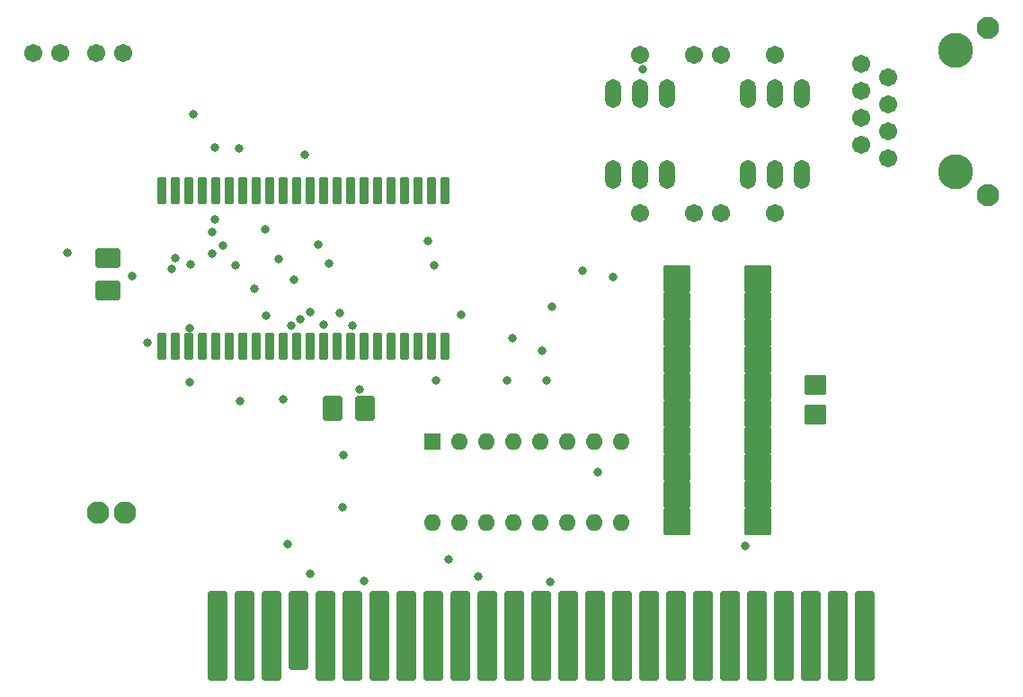
<source format=gbr>
%TF.GenerationSoftware,KiCad,Pcbnew,(6.0.5)*%
%TF.CreationDate,2022-11-15T14:41:10-03:00*%
%TF.ProjectId,obsonet_1,6f62736f-6e65-4745-9f31-2e6b69636164,rev?*%
%TF.SameCoordinates,Original*%
%TF.FileFunction,Soldermask,Top*%
%TF.FilePolarity,Negative*%
%FSLAX46Y46*%
G04 Gerber Fmt 4.6, Leading zero omitted, Abs format (unit mm)*
G04 Created by KiCad (PCBNEW (6.0.5)) date 2022-11-15 14:41:10*
%MOMM*%
%LPD*%
G01*
G04 APERTURE LIST*
G04 Aperture macros list*
%AMRoundRect*
0 Rectangle with rounded corners*
0 $1 Rounding radius*
0 $2 $3 $4 $5 $6 $7 $8 $9 X,Y pos of 4 corners*
0 Add a 4 corners polygon primitive as box body*
4,1,4,$2,$3,$4,$5,$6,$7,$8,$9,$2,$3,0*
0 Add four circle primitives for the rounded corners*
1,1,$1+$1,$2,$3*
1,1,$1+$1,$4,$5*
1,1,$1+$1,$6,$7*
1,1,$1+$1,$8,$9*
0 Add four rect primitives between the rounded corners*
20,1,$1+$1,$2,$3,$4,$5,0*
20,1,$1+$1,$4,$5,$6,$7,0*
20,1,$1+$1,$6,$7,$8,$9,0*
20,1,$1+$1,$8,$9,$2,$3,0*%
G04 Aperture macros list end*
%ADD10RoundRect,0.152400X-1.000000X0.750000X-1.000000X-0.750000X1.000000X-0.750000X1.000000X0.750000X0*%
%ADD11RoundRect,0.152400X0.750000X1.000000X-0.750000X1.000000X-0.750000X-1.000000X0.750000X-1.000000X0*%
%ADD12C,2.104800*%
%ADD13RoundRect,0.152400X0.901500X-0.800000X0.901500X0.800000X-0.901500X0.800000X-0.901500X-0.800000X0*%
%ADD14C,2.100000*%
%ADD15C,3.300000*%
%ADD16C,1.712800*%
%ADD17O,1.512800X2.720800*%
%ADD18RoundRect,0.152400X1.125000X1.125000X-1.125000X1.125000X-1.125000X-1.125000X1.125000X-1.125000X0*%
%ADD19RoundRect,0.152400X0.300000X1.100000X-0.300000X1.100000X-0.300000X-1.100000X0.300000X-1.100000X0*%
%ADD20RoundRect,0.152400X-0.749300X-4.064000X0.749300X-4.064000X0.749300X4.064000X-0.749300X4.064000X0*%
%ADD21RoundRect,0.152400X-0.749300X-3.568700X0.749300X-3.568700X0.749300X3.568700X-0.749300X3.568700X0*%
%ADD22R,1.600000X1.600000*%
%ADD23O,1.600000X1.600000*%
%ADD24C,0.800000*%
G04 APERTURE END LIST*
D10*
%TO.C,C2*%
X112700000Y-96370000D03*
X112700000Y-99370000D03*
%TD*%
D11*
%TO.C,C3*%
X136930000Y-110470000D03*
X133930000Y-110470000D03*
%TD*%
D12*
%TO.C,C6*%
X111800000Y-120300000D03*
X114340000Y-120300000D03*
%TD*%
D13*
%TO.C,R1*%
X179320000Y-111092000D03*
X179320000Y-108248000D03*
%TD*%
D14*
%TO.C,CON2*%
X195588000Y-74626000D03*
D15*
X192540000Y-88215000D03*
D14*
X195588000Y-90374000D03*
D15*
X192540000Y-76785000D03*
D16*
X186190000Y-86945000D03*
X183650000Y-85675000D03*
X186190000Y-84405000D03*
X183650000Y-83135000D03*
X186190000Y-81865000D03*
X183650000Y-80595000D03*
X186190000Y-79325000D03*
X183650000Y-78055000D03*
%TD*%
D17*
%TO.C,TF1*%
X178107300Y-80839100D03*
X175567300Y-80839100D03*
X173027300Y-80839100D03*
X165407300Y-80839100D03*
X162867300Y-80839100D03*
X160327300Y-80839100D03*
X160327300Y-88459100D03*
X162867300Y-88459100D03*
X165407300Y-88459100D03*
X173027300Y-88459100D03*
X175567300Y-88459100D03*
X178107300Y-88459100D03*
%TD*%
D16*
%TO.C,C7*%
X170487300Y-77187800D03*
X175567300Y-77187800D03*
%TD*%
%TO.C,C8*%
X167947400Y-77170000D03*
X162867400Y-77170000D03*
%TD*%
%TO.C,C9*%
X162867400Y-92078600D03*
X167947400Y-92078600D03*
%TD*%
%TO.C,C10*%
X175567300Y-92078600D03*
X170487300Y-92078600D03*
%TD*%
D18*
%TO.C,IC6*%
X173900000Y-121100000D03*
X173900000Y-118560000D03*
X173900000Y-116020000D03*
X173900000Y-113480000D03*
X173900000Y-110940000D03*
X173900000Y-108400000D03*
X173900000Y-105860000D03*
X173900000Y-103320000D03*
X173900000Y-100780000D03*
X173900000Y-98240000D03*
X166280000Y-98240000D03*
X166280000Y-100780000D03*
X166280000Y-103320000D03*
X166280000Y-105860000D03*
X166280000Y-108400000D03*
X166280000Y-110940000D03*
X166280000Y-113480000D03*
X166280000Y-116020000D03*
X166280000Y-118560000D03*
X166280000Y-121100000D03*
%TD*%
D19*
%TO.C,IC1*%
X144452400Y-89945600D03*
X143182400Y-89945600D03*
X141912400Y-89945600D03*
X140642400Y-89945600D03*
X139372400Y-89945600D03*
X138102400Y-89945600D03*
X136832400Y-89945600D03*
X135562400Y-89945600D03*
X134292400Y-89945600D03*
X133022400Y-89945600D03*
X131752400Y-89945600D03*
X130482400Y-89945600D03*
X129212400Y-89945600D03*
X127942400Y-89945600D03*
X126672400Y-89945600D03*
X125402400Y-89945600D03*
X124132400Y-89945600D03*
X122862400Y-89945600D03*
X121592400Y-89945600D03*
X120322400Y-89945600D03*
X119052400Y-89945600D03*
X117782400Y-89945600D03*
X117782400Y-104625600D03*
X119052400Y-104625600D03*
X120322400Y-104625600D03*
X121592400Y-104625600D03*
X122862400Y-104625600D03*
X124132400Y-104625600D03*
X125402400Y-104625600D03*
X126672400Y-104625600D03*
X127942400Y-104625600D03*
X129212400Y-104625600D03*
X130482400Y-104625600D03*
X131752400Y-104625600D03*
X133022400Y-104625600D03*
X134292400Y-104625600D03*
X135562400Y-104625600D03*
X136832400Y-104625600D03*
X138102400Y-104625600D03*
X139372400Y-104625600D03*
X140642400Y-104625600D03*
X141912400Y-104625600D03*
X143182400Y-104625600D03*
X144452400Y-104625600D03*
%TD*%
D20*
%TO.C,CON1*%
X183981100Y-131872400D03*
X181441100Y-131872400D03*
X178901100Y-131872400D03*
X176361100Y-131872400D03*
X173821100Y-131872400D03*
X171281100Y-131872400D03*
X168741100Y-131872400D03*
X166201100Y-131872400D03*
X163661100Y-131872400D03*
X161121100Y-131872400D03*
X158581100Y-131872400D03*
X156041100Y-131872400D03*
X153501100Y-131872400D03*
X150961100Y-131872400D03*
X148421100Y-131872400D03*
X145881100Y-131872400D03*
X143341100Y-131872400D03*
X140801100Y-131872400D03*
X138261100Y-131872400D03*
X135721100Y-131872400D03*
X133181100Y-131872400D03*
D21*
X130641100Y-131372400D03*
D20*
X128101100Y-131872400D03*
X125561100Y-131872400D03*
X123021100Y-131872400D03*
%TD*%
D16*
%TO.C,LED1*%
X105717500Y-77029200D03*
X108257500Y-77029200D03*
%TD*%
%TO.C,LED2*%
X114131100Y-77029100D03*
X111591100Y-77029100D03*
%TD*%
D22*
%TO.C,IC3*%
X143285000Y-113590000D03*
D23*
X145825000Y-113590000D03*
X148365000Y-113590000D03*
X150905000Y-113590000D03*
X153445000Y-113590000D03*
X155985000Y-113590000D03*
X158525000Y-113590000D03*
X161065000Y-113590000D03*
X161065000Y-121210000D03*
X158525000Y-121210000D03*
X155985000Y-121210000D03*
X153445000Y-121210000D03*
X150905000Y-121210000D03*
X148365000Y-121210000D03*
X145825000Y-121210000D03*
X143285000Y-121210000D03*
%TD*%
D24*
X127600000Y-101760000D03*
X142880000Y-94760000D03*
X130040000Y-102710000D03*
X127570000Y-93650000D03*
X120400000Y-108020000D03*
X130280000Y-98360000D03*
X131790000Y-126050000D03*
X153630000Y-105040000D03*
X128840000Y-96380000D03*
X160310000Y-98110000D03*
X120750000Y-82760000D03*
X157470000Y-97500000D03*
X150330000Y-107830000D03*
X108890000Y-95850000D03*
X143630000Y-107880000D03*
X116475200Y-104332300D03*
X133016800Y-102589400D03*
X131807000Y-101422000D03*
X125062500Y-85969100D03*
X122775000Y-85896100D03*
X154363400Y-126839000D03*
X150865349Y-103874651D03*
X154028500Y-107820000D03*
X146027701Y-101652299D03*
X143447299Y-97022701D03*
X120415900Y-102900000D03*
X163110600Y-78527300D03*
X126530000Y-99250000D03*
X123539400Y-95190100D03*
X122571700Y-93858300D03*
X172794400Y-123409700D03*
X158845400Y-116484200D03*
X154540000Y-100920000D03*
X135719500Y-102677800D03*
X134562500Y-101500400D03*
X131230000Y-86620000D03*
X124720000Y-97000000D03*
X119088400Y-96312000D03*
X125153850Y-109799989D03*
X136893600Y-126718600D03*
X115041300Y-98002100D03*
X129700000Y-123270000D03*
X118753400Y-97315400D03*
X134830000Y-119770000D03*
X122784400Y-92657700D03*
X120546900Y-96900400D03*
X122512500Y-95890300D03*
X130807700Y-102069800D03*
X129265092Y-109614419D03*
X147588900Y-126344300D03*
X134914017Y-114865983D03*
X144792700Y-124721100D03*
X132520600Y-95074400D03*
X133541300Y-96837600D03*
X136460000Y-108700000D03*
M02*

</source>
